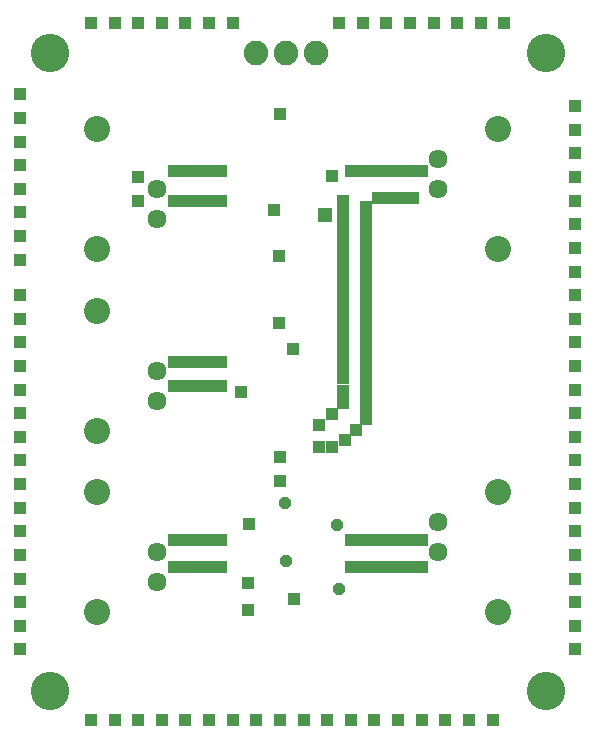
<source format=gbs>
G75*
%MOIN*%
%OFA0B0*%
%FSLAX24Y24*%
%IPPOS*%
%LPD*%
%AMOC8*
5,1,8,0,0,1.08239X$1,22.5*
%
%ADD10C,0.0634*%
%ADD11C,0.0867*%
%ADD12C,0.1280*%
%ADD13C,0.0820*%
%ADD14R,0.0397X0.0397*%
%ADD15OC8,0.0397*%
%ADD16R,0.0476X0.0476*%
D10*
X013351Y005351D03*
X013351Y006351D03*
X013351Y011394D03*
X013351Y012394D03*
X013351Y017457D03*
X013351Y018457D03*
X022736Y018457D03*
X022736Y019457D03*
X022736Y007351D03*
X022736Y006351D03*
D11*
X024736Y008351D03*
X024736Y004351D03*
X011351Y004351D03*
X011351Y008351D03*
X011351Y010394D03*
X011351Y014394D03*
X011351Y016457D03*
X011351Y020457D03*
X024736Y020457D03*
X024736Y016457D03*
D12*
X026311Y022985D03*
X009776Y022985D03*
X009776Y001725D03*
X026311Y001725D03*
D13*
X018650Y022985D03*
X017650Y022985D03*
X016650Y022985D03*
D14*
X008792Y003103D03*
X008792Y003890D03*
X008792Y004678D03*
X008792Y005465D03*
X008792Y006252D03*
X008792Y007040D03*
X008792Y007827D03*
X008792Y008615D03*
X008792Y009402D03*
X008792Y010189D03*
X008792Y010977D03*
X008792Y011764D03*
X008792Y012552D03*
X008792Y013339D03*
X008792Y014126D03*
X008792Y014914D03*
X008792Y016095D03*
X008792Y016882D03*
X008792Y017670D03*
X008792Y018457D03*
X008792Y019244D03*
X008792Y020032D03*
X008792Y020819D03*
X008792Y021607D03*
X011154Y023969D03*
X011941Y023969D03*
X012729Y023969D03*
X013516Y023969D03*
X014303Y023969D03*
X015091Y023969D03*
X015878Y023969D03*
X019421Y023969D03*
X020209Y023969D03*
X020996Y023969D03*
X021784Y023969D03*
X022571Y023969D03*
X023359Y023969D03*
X024146Y023969D03*
X024933Y023969D03*
X027296Y021213D03*
X027296Y020426D03*
X027296Y019638D03*
X027296Y018851D03*
X027296Y018063D03*
X027296Y017276D03*
X027296Y016489D03*
X027296Y015701D03*
X027296Y014914D03*
X027296Y014126D03*
X027296Y013339D03*
X027296Y012552D03*
X027296Y011764D03*
X027296Y010977D03*
X027296Y010189D03*
X027296Y009402D03*
X027296Y008615D03*
X027296Y007827D03*
X027296Y007040D03*
X027296Y006252D03*
X027296Y005465D03*
X027296Y004678D03*
X027296Y003890D03*
X027296Y003103D03*
X024540Y000741D03*
X023752Y000741D03*
X022965Y000741D03*
X022177Y000741D03*
X021390Y000741D03*
X020603Y000741D03*
X019815Y000741D03*
X019028Y000741D03*
X018240Y000741D03*
X017453Y000741D03*
X016666Y000741D03*
X015878Y000741D03*
X015878Y000741D03*
X015091Y000741D03*
X014303Y000741D03*
X013516Y000741D03*
X012729Y000741D03*
X011941Y000741D03*
X011154Y000741D03*
X016390Y004402D03*
X016390Y005307D03*
X015484Y005859D03*
X015091Y005859D03*
X014697Y005859D03*
X014303Y005859D03*
X013910Y005859D03*
X013910Y006764D03*
X014303Y006764D03*
X014697Y006764D03*
X015091Y006764D03*
X015484Y006764D03*
X016429Y007276D03*
X017453Y008733D03*
X017453Y009520D03*
X018752Y009835D03*
X019185Y009835D03*
X019618Y010071D03*
X019973Y010426D03*
X020327Y010780D03*
X020327Y011174D03*
X020327Y011567D03*
X020327Y011961D03*
X020327Y012355D03*
X020327Y012748D03*
X020327Y013142D03*
X020327Y013536D03*
X020327Y013930D03*
X020327Y014323D03*
X020327Y014717D03*
X020327Y015111D03*
X020327Y015504D03*
X020327Y015898D03*
X020327Y016292D03*
X020327Y016685D03*
X020327Y017079D03*
X020327Y017473D03*
X020327Y017867D03*
X020721Y018142D03*
X021114Y018142D03*
X021508Y018142D03*
X021902Y018142D03*
X021784Y019048D03*
X022177Y019048D03*
X021390Y019048D03*
X020996Y019048D03*
X020603Y019048D03*
X020209Y019048D03*
X019815Y019048D03*
X019185Y018890D03*
X019540Y018063D03*
X019540Y017670D03*
X019540Y017276D03*
X019540Y016882D03*
X019540Y016489D03*
X019540Y016095D03*
X019540Y015701D03*
X019540Y015307D03*
X019540Y014914D03*
X019540Y014520D03*
X019540Y014126D03*
X019540Y013733D03*
X019540Y013339D03*
X019540Y012945D03*
X019540Y012552D03*
X019540Y012158D03*
X019540Y011725D03*
X019540Y011331D03*
X019185Y010937D03*
X018752Y010583D03*
X016154Y011685D03*
X015484Y011882D03*
X015091Y011882D03*
X014697Y011882D03*
X014303Y011882D03*
X013910Y011882D03*
X013910Y012670D03*
X014303Y012670D03*
X014697Y012670D03*
X015091Y012670D03*
X015484Y012670D03*
X017414Y013969D03*
X017886Y013103D03*
X017414Y016213D03*
X017256Y017748D03*
X015484Y018063D03*
X015091Y018063D03*
X014697Y018063D03*
X014303Y018063D03*
X013910Y018063D03*
X012729Y018063D03*
X012729Y018851D03*
X013910Y019048D03*
X014303Y019048D03*
X014697Y019048D03*
X015091Y019048D03*
X015484Y019048D03*
X017453Y020937D03*
X019815Y006764D03*
X020209Y006764D03*
X020603Y006764D03*
X020996Y006764D03*
X021390Y006764D03*
X021784Y006764D03*
X022177Y006764D03*
X022177Y005859D03*
X021784Y005859D03*
X021390Y005859D03*
X020996Y005859D03*
X020603Y005859D03*
X020209Y005859D03*
X019815Y005859D03*
X017925Y004796D03*
D15*
X019421Y005111D03*
X017650Y006056D03*
X019343Y007237D03*
X017610Y007985D03*
D16*
X018949Y017591D03*
M02*

</source>
